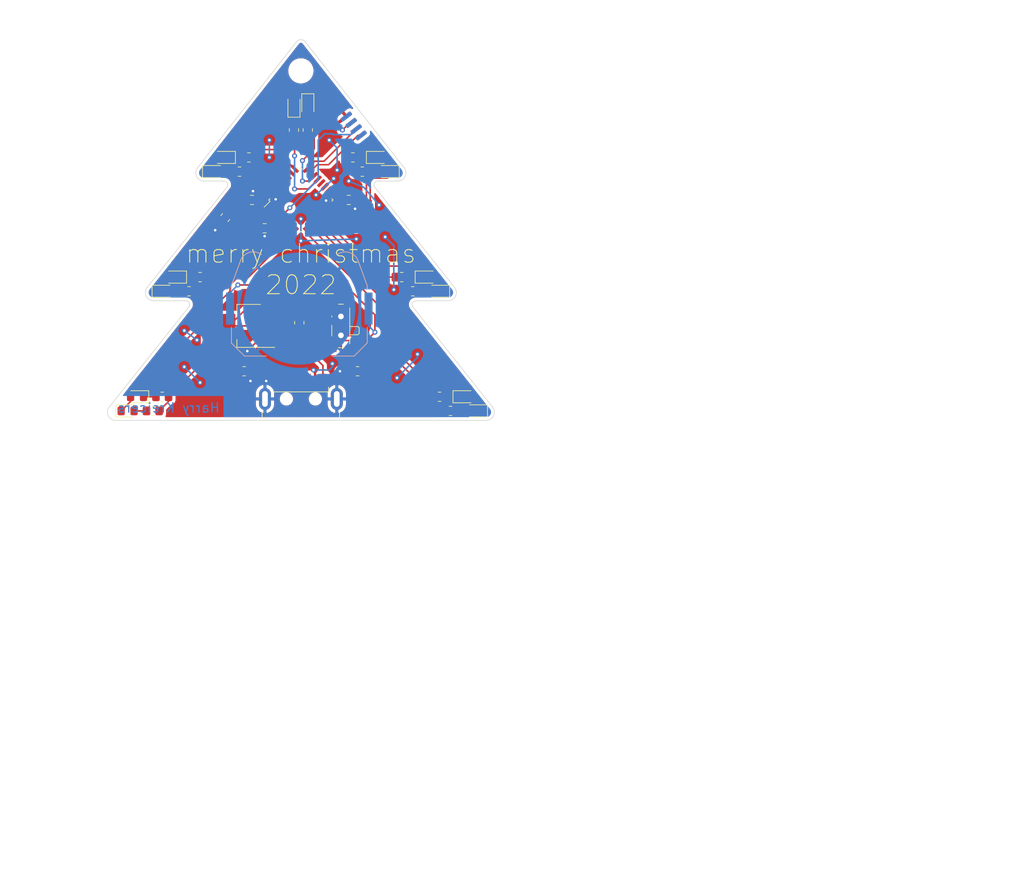
<source format=kicad_pcb>
(kicad_pcb (version 20211014) (generator pcbnew)
  (title_block (title "Christmas 2022 PCB") (date "10/09/2022") (rev "v01") (comment 4 "Author: Harry Kreicers"))
  (layers (0 "F.Cu" signal) (31 "B.Cu" signal) (34 "B.Paste" user) (35 "F.Paste" user) (36 "B.SilkS" user "B.Silkscreen") (37 "F.SilkS" user "F.Silkscreen") (38 "B.Mask" user) (39 "F.Mask" user) (44 "Edge.Cuts" user))
  (net 0 "")
  (net 1 "/VBATT")
  (net 2 "GND")
  (net 3 "Net-(D4-Pad2)")
  (net 4 "Net-(J1-Pad1)")
  (net 7 "Net-(R1-Pad1)")
  (net 8 "+3V3")
  (net 11 "/NRST")
  (net 12 "/SWDIO")
  (net 13 "/SWCLK")
  (net 14 "/SPI_SCK")
  (net 15 "/SPI_MISO")
  (net 16 "/VREG")
  (net 17 "Net-(D6-Pad2)")
  (net 18 "Net-(R11-Pad1)")
  (net 22 "Net-(D13-Pad1)")
  (net 23 "Net-(D14-Pad2)")
  (net 24 "Net-(D1-Pad1)")
  (net 25 "Net-(D5-Pad1)")
  (net 26 "Net-(D7-Pad1)")
  (net 27 "Net-(D8-Pad2)")
  (net 28 "Net-(D9-Pad1)")
  (net 29 "Net-(D10-Pad2)")
  (net 30 "Net-(D11-Pad1)")
  (net 31 "Net-(D12-Pad2)")
  (net 32 "/LED11")
  (net 33 "Net-(D2-Pad2)")
  (net 34 "Net-(D3-Pad1)")
  (net 35 "/LED13")
  (net 36 "/LED3")
  (net 37 "/LED1")
  (net 38 "/SW_RIGHT")
  (net 39 "/LED5")
  (net 40 "/LED7")
  (net 41 "/LED9")
  (net 42 "/SW_LEFT")
  (net 43 "/LED12")
  (net 44 "/LED14")
  (net 45 "/LED10")
  (net 46 "/LED6")
  (net 50 "/LED2")
  (net 51 "/LED4")
  (net 52 "/LED8")
  (footprint "LED_SMD:LED_0805_2012Metric_Pad1.15x1.40mm_HandSolder" (layer "F.Cu") (at 64 106.25 180)
    (fp_text reference "D11" hide)
    (fp_text value "LED")
    (pad "1" smd roundrect (at -1.025 0 180) (size 1.15 1.4) (layers "F.Cu" "F.Paste" "F.Mask") (roundrect_rratio 0.2173913043) (net 30 "Net-(D11-Pad1)"))
    (pad "2" smd roundrect (at 1.025 0 180) (size 1.15 1.4) (layers "F.Cu" "F.Paste" "F.Mask") (roundrect_rratio 0.2173913043) (net 43 "/LED12"))
  )
  (footprint "Resistor_SMD:R_0805_2012Metric_Pad1.20x1.40mm_HandSolder" (layer "F.Cu") (at 88.9 63.9 -90)
    (fp_text reference "R5" hide)
    (fp_text value "R")
    (pad "1" smd roundrect (at -1 0 270) (size 1.2 1.4) (layers "F.Cu" "F.Paste" "F.Mask") (roundrect_rratio 0.2083333333) (net 24 "Net-(D1-Pad1)"))
    (pad "2" smd roundrect (at 1 0 270) (size 1.2 1.4) (layers "F.Cu" "F.Paste" "F.Mask") (roundrect_rratio 0.2083333333) (net 37 "/LED1"))
  )
  (footprint "LED_SMD:LED_0805_2012Metric_Pad1.15x1.40mm_HandSolder" (layer "F.Cu") (at 102.25 68.25)
    (fp_text reference "D5" hide)
    (fp_text value "LED")
    (pad "1" smd roundrect (at -1.025 0) (size 1.15 1.4) (layers "F.Cu" "F.Paste" "F.Mask") (roundrect_rratio 0.2173913043) (net 25 "Net-(D5-Pad1)"))
    (pad "2" smd roundrect (at 1.025 0) (size 1.15 1.4) (layers "F.Cu" "F.Paste" "F.Mask") (roundrect_rratio 0.2173913043) (net 46 "/LED6"))
  )
  (footprint "Resistor_SMD:R_0805_2012Metric_Pad1.20x1.40mm_HandSolder" (layer "F.Cu") (at 81 102.2 180)
    (fp_text reference "R4" hide)
    (fp_text value "R")
    (pad "1" smd roundrect (at -1 0 180) (size 1.2 1.4) (layers "F.Cu" "F.Paste" "F.Mask") (roundrect_rratio 0.2083333333) (net 2 "GND"))
    (pad "2" smd roundrect (at 1 0 180) (size 1.2 1.4) (layers "F.Cu" "F.Paste" "F.Mask") (roundrect_rratio 0.2083333333) (net 42 "/SW_LEFT"))
  )
  (footprint "Resistor_SMD:R_0805_2012Metric_Pad1.20x1.40mm_HandSolder" (layer "F.Cu") (at 80.25 70.5 180)
    (fp_text reference "R6" hide)
    (fp_text value "R")
    (pad "1" smd roundrect (at -1 0 180) (size 1.2 1.4) (layers "F.Cu" "F.Paste" "F.Mask") (roundrect_rratio 0.2083333333) (net 36 "/LED3"))
    (pad "2" smd roundrect (at 1 0 180) (size 1.2 1.4) (layers "F.Cu" "F.Paste" "F.Mask") (roundrect_rratio 0.2083333333) (net 3 "Net-(D4-Pad2)"))
  )
  (footprint "Resistor_SMD:R_0805_2012Metric_Pad1.20x1.40mm_HandSolder" (layer "F.Cu") (at 112 106.25 180)
    (fp_text reference "R19" hide)
    (fp_text value "R")
    (pad "1" smd roundrect (at -1 0 180) (size 1.2 1.4) (layers "F.Cu" "F.Paste" "F.Mask") (roundrect_rratio 0.2083333333) (net 22 "Net-(D13-Pad1)"))
    (pad "2" smd roundrect (at 1 0 180) (size 1.2 1.4) (layers "F.Cu" "F.Paste" "F.Mask") (roundrect_rratio 0.2083333333) (net 35 "/LED13"))
  )
  (footprint "Resistor_SMD:R_0805_2012Metric_Pad1.20x1.40mm_HandSolder" (layer "F.Cu") (at 81.75 68.25)
    (fp_text reference "R9" hide)
    (fp_text value "R")
    (pad "1" smd roundrect (at -1 0) (size 1.2 1.4) (layers "F.Cu" "F.Paste" "F.Mask") (roundrect_rratio 0.2083333333) (net 34 "Net-(D3-Pad1)"))
    (pad "2" smd roundrect (at 1 0) (size 1.2 1.4) (layers "F.Cu" "F.Paste" "F.Mask") (roundrect_rratio 0.2083333333) (net 36 "/LED3"))
  )
  (footprint "Resistor_SMD:R_0805_2012Metric_Pad1.20x1.40mm_HandSolder" (layer "F.Cu") (at 66.5 108.5 180)
    (fp_text reference "R18" hide)
    (fp_text value "R")
    (pad "1" smd roundrect (at -1 0 180) (size 1.2 1.4) (layers "F.Cu" "F.Paste" "F.Mask") (roundrect_rratio 0.2083333333) (net 32 "/LED11"))
    (pad "2" smd roundrect (at 1 0 180) (size 1.2 1.4) (layers "F.Cu" "F.Paste" "F.Mask") (roundrect_rratio 0.2083333333) (net 31 "Net-(D12-Pad2)"))
  )
  (footprint "Resistor_SMD:R_0805_2012Metric_Pad1.20x1.40mm_HandSolder" (layer "F.Cu") (at 99 102.2)
    (fp_text reference "R8" hide)
    (fp_text value "R")
    (pad "1" smd roundrect (at -1 0) (size 1.2 1.4) (layers "F.Cu" "F.Paste" "F.Mask") (roundrect_rratio 0.2083333333) (net 2 "GND"))
    (pad "2" smd roundrect (at 1 0) (size 1.2 1.4) (layers "F.Cu" "F.Paste" "F.Mask") (roundrect_rratio 0.2083333333) (net 38 "/SW_RIGHT"))
  )
  (footprint "Button_Switch_SMD:SW_SPDT_PCM12" (layer "F.Cu") (at 96.025 95 90)
    (fp_text reference "SW3" hide)
    (fp_text value "SW_SPDT")
    (pad "" smd rect (at -3.65 -0.78 90) (size 1 0.8) (layers "F.Cu" "F.Paste" "F.Mask"))
    (pad "" np_thru_hole circle (at 1.5 0.33 90) (size 0.9 0.9) (drill 0.9) (layers *.Cu *.Mask))
    (pad "" np_thru_hole circle (at -1.5 0.33 90) (size 0.9 0.9) (drill 0.9) (layers *.Cu *.Mask))
    (pad "" smd rect (at 3.65 1.43 90) (size 1 0.8) (layers "F.Cu" "F.Paste" "F.Mask"))
    (pad "" smd rect (at 3.65 -0.78 90) (size 1 0.8) (layers "F.Cu" "F.Paste" "F.Mask"))
    (pad "" smd rect (at -3.65 1.43 90) (size 1 0.8) (layers "F.Cu" "F.Paste" "F.Mask"))
    (pad "1" smd rect (at -2.25 -1.43 90) (size 0.7 1.5) (layers "F.Cu" "F.Paste" "F.Mask") (net 1 "/VBATT"))
    (pad "2" smd rect (at 0.75 -1.43 90) (size 0.7 1.5) (layers "F.Cu" "F.Paste" "F.Mask") (net 18 "Net-(R11-Pad1)"))
    (pad "3" smd rect (at 2.25 -1.43 90) (size 0.7 1.5) (layers "F.Cu" "F.Paste" "F.Mask") (net 16 "/VREG"))
  )
  (footprint "Resistor_SMD:R_0805_2012Metric_Pad1.20x1.40mm_HandSolder" (layer "F.Cu") (at 89.75 94.5 -90)
    (fp_text reference "R11" hide)
    (fp_text value "0")
    (pad "1" smd roundrect (at -1 0 270) (size 1.2 1.4) (layers "F.Cu" "F.Paste" "F.Mask") (roundrect_rratio 0.2083333333) (net 18 "Net-(R11-Pad1)"))
    (pad "2" smd roundrect (at 1 0 270) (size 1.2 1.4) (layers "F.Cu" "F.Paste" "F.Mask") (roundrect_rratio 0.2083333333) (net 8 "+3V3"))
  )
  (footprint "LED_SMD:LED_0805_2012Metric_Pad1.15x1.40mm_HandSolder" (layer "F.Cu") (at 77.75 68.25 180)
    (fp_text reference "D3" hide)
    (fp_text value "LED")
    (pad "1" smd roundrect (at -1.025 0 180) (size 1.15 1.4) (layers "F.Cu" "F.Paste" "F.Mask") (roundrect_rratio 0.2173913043) (net 34 "Net-(D3-Pad1)"))
    (pad "2" smd roundrect (at 1.025 0 180) (size 1.15 1.4) (layers "F.Cu" "F.Paste" "F.Mask") (roundrect_rratio 0.2173913043) (net 51 "/LED4"))
  )
  (footprint "LED_SMD:LED_0805_2012Metric_Pad1.15x1.40mm_HandSolder" (layer "F.Cu") (at 76.25 70.5)
    (fp_text reference "D4" hide)
    (fp_text value "LED")
    (pad "1" smd roundrect (at -1.025 0) (size 1.15 1.4) (layers "F.Cu" "F.Paste" "F.Mask") (roundrect_rratio 0.2173913043) (net 51 "/LED4"))
    (pad "2" smd roundrect (at 1.025 0) (size 1.15 1.4) (layers "F.Cu" "F.Paste" "F.Mask") (roundrect_rratio 0.2173913043) (net 3 "Net-(D4-Pad2)"))
  )
  (footprint "Library:3_6_2_5mm_push_button_G_lead" (layer "F.Cu") (at 73 102.2)
    (fp_text reference "SW1" hide)
    (fp_text value "SW_Push")
    (pad "1" smd rect (at -3.875 0) (size 1.25 2.1) (layers "F.Cu" "F.Paste" "F.Mask") (net 8 "+3V3"))
    (pad "2" smd rect (at 3.875 0) (size 1.25 2) (layers "F.Cu" "F.Paste" "F.Mask") (net 42 "/SW_LEFT"))
  )
  (footprint "Package_TO_SOT_SMD:SOT-223-3_TabPin2" (layer "F.Cu") (at 81.75 95 180)
    (fp_text reference "U2" hide)
    (fp_text value "AMS1117-3.3")
    (pad "1" smd rect (at -3.15 -2.3 180) (size 2 1.5) (layers "F.Cu" "F.Paste" "F.Mask") (net 2 "GND"))
    (pad "2" smd rect (at -3.15 0 180) (size 2 1.5) (layers "F.Cu" "F.Paste" "F.Mask") (net 16 "/VREG"))
    (pad "2" smd rect (at 3.15 0 180) (size 2 3.8) (layers "F.Cu" "F.Paste" "F.Mask") (net 16 "/VREG"))
    (pad "3" smd rect (at -3.15 2.3 180) (size 2 1.5) (layers "F.Cu" "F.Paste" "F.Mask") (net 4 "Net-(J1-Pad1)"))
  )
  (footprint "Resistor_SMD:R_0805_2012Metric_Pad1.20x1.40mm_HandSolder" (layer "F.Cu") (at 72.25 89.5 180)
    (fp_text reference "R14" hide)
    (fp_text value "R")
    (pad "1" smd roundrect (at -1 0 180) (size 1.2 1.4) (layers "F.Cu" "F.Paste" "F.Mask") (roundrect_rratio 0.2083333333) (net 40 "/LED7"))
    (pad "2" smd roundrect (at 1 0 180) (size 1.2 1.4) (layers "F.Cu" "F.Paste" "F.Mask") (roundrect_rratio 0.2083333333) (net 27 "Net-(D8-Pad2)"))
  )
  (footprint "Connector_USB:USB_A_CNCTech_1001-011-01101_Horizontal" (layer "F.Cu") (at 90 113.5 -90)
    (fp_text reference "J1" hide)
    (fp_text value "USB_A")
    (pad "" np_thru_hole circle (at -6.9 -2.3 270) (size 1.1 1.1) (drill 1.1) (layers *.Cu *.Mask))
    (pad "" np_thru_hole circle (at -6.9 2.3 270) (size 1.1 1.1) (drill 1.1) (layers *.Cu *.Mask))
    (pad "1" smd rect (at -9.65 -3.5 270) (size 2.5 1.1) (layers "F.Cu" "F.Paste" "F.Mask") (net 4 "Net-(J1-Pad1)"))
    (pad "2" smd rect (at -9.65 -1 270) (size 2.5 1.1) (layers "F.Cu" "F.Paste" "F.Mask"))
    (pad "3" smd rect (at -9.65 1 270) (size 2.5 1.1) (layers "F.Cu" "F.Paste" "F.Mask"))
    (pad "4" smd rect (at -9.65 3.5 270) (size 2.5 1.1) (layers "F.Cu" "F.Paste" "F.Mask") (net 2 "GND"))
    (pad "5" thru_hole oval (at -6.9 -5.7 270) (size 3.5 1.9) (drill oval 2.5 0.9) (layers *.Cu *.Mask) (net 2 "GND"))
    (pad "5" thru_hole oval (at -6.9 5.7 270) (size 3.5 1.9) (drill oval 2.5 0.9) (layers *.Cu *.Mask) (net 2 "GND"))
  )
  (footprint "Capacitor_SMD:C_0805_2012Metric_Pad1.18x1.45mm_HandSolder" (layer "F.Cu") (at 82.25 75 180)
    (fp_text reference "C3" hide)
    (fp_text value "C")
    (pad "1" smd roundrect (at -1.0375 0 180) (size 1.175 1.45) (layers "F.Cu" "F.Paste" "F.Mask") (roundrect_rratio 0.2127659574) (net 8 "+3V3"))
    (pad "2" smd roundrect (at 1.0375 0 180) (size 1.175 1.45) (layers "F.Cu" "F.Paste" "F.Mask") (roundrect_rratio 0.2127659574) (net 2 "GND"))
  )
  (footprint "LED_SMD:LED_0805_2012Metric_Pad1.15x1.40mm_HandSolder" (layer "F.Cu") (at 68.25 89.5)
    (fp_text reference "D8" hide)
    (fp_text value "LED")
    (pad "1" smd roundrect (at -1.025 0) (size 1.15 1.4) (layers "F.Cu" "F.Paste" "F.Mask") (roundrect_rratio 0.2173913043) (net 52 "/LED8"))
    (pad "2" smd roundrect (at 1.025 0) (size 1.15 1.4) (layers "F.Cu" "F.Paste" "F.Mask") (roundrect_rratio 0.2173913043) (net 27 "Net-(D8-Pad2)"))
  )
  (footprint "LED_SMD:LED_0805_2012Metric_Pad1.15x1.40mm_HandSolder" (layer "F.Cu") (at 110 87.25)
    (fp_text reference "D9" hide)
    (fp_text value "LED")
    (pad "1" smd roundrect (at -1.025 0) (size 1.15 1.4) (layers "F.Cu" "F.Paste" "F.Mask") (roundrect_rratio 0.2173913043) (net 28 "Net-(D9-Pad1)"))
    (pad "2" smd roundrect (at 1.025 0) (size 1.15 1.4) (layers "F.Cu" "F.Paste" "F.Mask") (roundrect_rratio 0.2173913043) (net 45 "/LED10"))
  )
  (footprint "LED_SMD:LED_0805_2012Metric_Pad1.15x1.40mm_HandSolder" (layer "F.Cu") (at 103.75 70.5 180)
    (fp_text reference "D6" hide)
    (fp_text value "LED")
    (pad "1" smd roundrect (at -1.025 0 180) (size 1.15 1.4) (layers "F.Cu" "F.Paste" "F.Mask") (roundrect_rratio 0.2173913043) (net 46 "/LED6"))
    (pad "2" smd roundrect (at 1.025 0 180) (size 1.15 1.4) (layers "F.Cu" "F.Paste" "F.Mask") (roundrect_rratio 0.2173913043) (net 17 "Net-(D6-Pad2)"))
  )
  (footprint "Resistor_SMD:R_0805_2012Metric_Pad1.20x1.40mm_HandSolder" (layer "F.Cu") (at 106 87.25 180)
    (fp_text reference "R15" hide)
    (fp_text value "R")
    (pad "1" smd roundrect (at -1 0 180) (size 1.2 1.4) (layers "F.Cu" "F.Paste" "F.Mask") (roundrect_rratio 0.2083333333) (net 28 "Net-(D9-Pad1)"))
    (pad "2" smd roundrect (at 1 0 180) (size 1.2 1.4) (layers "F.Cu" "F.Paste" "F.Mask") (roundrect_rratio 0.2083333333) (net 41 "/LED9"))
  )
  (footprint "Library:3_6_2_5mm_push_button_G_lead" (layer "F.Cu") (at 107 102.2 180)
    (fp_text reference "SW2" hide)
    (fp_text value "SW_Push")
    (pad "1" smd rect (at -3.875 0 180) (size 1.25 2.1) (layers "F.Cu" "F.Paste" "F.Mask") (net 8 "+3V3"))
    (pad "2" smd rect (at 3.875 0 180) (size 1.25 2) (layers "F.Cu" "F.Paste" "F.Mask") (net 38 "/SW_RIGHT"))
  )
  (footprint "Resistor_SMD:R_0805_2012Metric_Pad1.20x1.40mm_HandSolder" (layer "F.Cu") (at 78 77.8 -129)
    (fp_text reference "R1" hide)
    (fp_text value "R")
    (pad "1" smd roundrect (at -1 0 231) (size 1.2 1.4) (layers "F.Cu" "F.Paste" "F.Mask") (roundrect_rratio 0.2083333333) (net 7 "Net-(R1-Pad1)"))
    (pad "2" smd roundrect (at 1 0 231) (size 1.2 1.4) (layers "F.Cu" "F.Paste" "F.Mask") (roundrect_rratio 0.2083333333) (net 2 "GND"))
  )
  (footprint "Resistor_SMD:R_0805_2012Metric_Pad1.20x1.40mm_HandSolder" (layer "F.Cu") (at 107.75 89.5)
    (fp_text reference "R16" hide)
    (fp_text value "R")
    (pad "1" smd roundrect (at -1 0) (size 1.2 1.4) (layers "F.Cu" "F.Paste" "F.Mask") (roundrect_rratio 0.2083333333) (net 41 "/LED9"))
    (pad "2" smd roundrect (at 1 0) (size 1.2 1.4) (layers "F.Cu" "F.Paste" "F.Mask") (roundrect_rratio 0.2083333333) (net 29 "Net-(D10-Pad2)"))
  )
  (footprint "Resistor_SMD:R_0805_2012Metric_Pad1.20x1.40mm_HandSolder" (layer "F.Cu") (at 113.75 108.5)
    (fp_text reference "R20" hide)
    (fp_text value "R")
    (pad "1" smd roundrect (at -1 0) (size 1.2 1.4) (layers "F.Cu" "F.Paste" "F.Mask") (roundrect_rratio 0.2083333333) (net 35 "/LED13"))
    (pad "2" smd roundrect (at 1 0) (size 1.2 1.4) (layers "F.Cu" "F.Paste" "F.Mask") (roundrect_rratio 0.2083333333) (net 23 "Net-(D14-Pad2)"))
  )
  (footprint "LED_SMD:LED_0805_2012Metric_Pad1.15x1.40mm_HandSolder" (layer "F.Cu") (at 62.5 108.5)
    (fp_text reference "D12" hide)
    (fp_text value "LED")
    (pad "1" smd roundrect (at -1.025 0) (size 1.15 1.4) (layers "F.Cu" "F.Paste" "F.Mask") (roundrect_rratio 0.2173913043) (net 43 "/LED12"))
    (pad "2" smd roundrect (at 1.025 0) (size 1.15 1.4) (layers "F.Cu" "F.Paste" "F.Mask") (roundrect_rratio 0.2173913043) (net 31 "Net-(D12-Pad2)"))
  )
  (footprint "Package_QFP:LQFP-32_7x7mm_P0.8mm" (layer "F.Cu") (at 90 75 45)
    (fp_text reference "U1" hide)
    (fp_text value "STM32F030K6Tx")
    (pad "1" smd roundrect (at -4.175 -2.8 45) (size 1.5 0.5) (layers "F.Cu" "F.Paste" "F.Mask") (net 8 "+3V3"))
    (pad "2" smd roundrect (at -4.175 -2 45) (size 1.5 0.5) (layers "F.Cu" "F.Paste" "F.Mask"))
    (pad "3" smd roundrect (at -4.175 -1.2 45) (size 1.5 0.5) (layers "F.Cu" "F.Paste" "F.Mask"))
    (pad "4" smd roundrect (at -4.175 -0.4 45) (size 1.5 0.5) (layers "F.Cu" "F.Paste" "F.Mask") (net 11 "/NRST"))
    (pad "5" smd roundrect (at -4.175 0.4 45) (size 1.5 0.5) (layers "F.Cu" "F.Paste" "F.Mask") (net 8 "+3V3"))
    (pad "6" smd roundrect (at -4.175 1.2 45) (size 1.5 0.5) (layers "F.Cu" "F.Paste" "F.Mask") (net 43 "/LED12"))
    (pad "7" smd roundrect (at -4.175 2 45) (size 1.5 0.5) (layers "F.Cu" "F.Paste" "F.Mask") (net 32 "/LED11"))
    (pad "8" smd roundrect (at -4.175 2.8 45) (size 1.5 0.5) (layers "F.Cu" "F.Paste" "F.Mask") (net 42 "/SW_LEFT"))
    (pad "9" smd roundrect (at -2.8 4.175 45) (size 0.5 1.5) (layers "F.Cu" "F.Paste" "F.Mask") (net 38 "/SW_RIGHT"))
    (pad "10" smd roundrect (at -2 4.175 45) (size 0.5 1.5) (layers "F.Cu" "F.Paste" "F.Mask") (net 35 "/LED13"))
    (pad "11" smd roundrect (at -1.2 4.175 45) (size 0.5 1.5) (layers "F.Cu" "F.Paste" "F.Mask") (net 44 "/LED14"))
    (pad "12" smd roundrect (at -0.4 4.175 45) (size 0.5 1.5) (layers "F.Cu" "F.Paste" "F.Mask") (net 41 "/LED9"))
    (pad "13" smd roundrect (at 0.4 4.175 45) (size 0.5 1.5) (layers "F.Cu" "F.Paste" "F.Mask") (net 45 "/LED10"))
    (pad "14" smd roundrect (at 1.2 4.175 45) (size 0.5 1.5) (layers "F.Cu" "F.Paste" "F.Mask") (net 46 "/LED6"))
    (pad "15" smd roundrect (at 2 4.175 45) (size 0.5 1.5) (layers "F.Cu" "F.Paste" "F.Mask") (net 39 "/LED5"))
    (pad "16" smd roundrect (at 2.8 4.175 45) (size 0.5 1.5) (layers "F.Cu" "F.Paste" "F.Mask") (net 2 "GND"))
    (pad "17" smd roundrect (at 4.175 2.8 45) (size 1.5 0.5) (layers "F.Cu" "F.Paste" "F.Mask") (net 8 "+3V3"))
    (pad "18" smd roundrect (at 4.175 2 45) (size 1.5 0.5) (layers "F.Cu" "F.Paste" "F.Mask"))
    (pad "19" smd roundrect (at 4.175 1.2 45) (size 1.5 0.5) (layers "F.Cu" "F.Paste" "F.Mask"))
    (pad "20" smd roundrect (at 4.175 0.4 45) (size 1.5 0.5) (layers "F.Cu" "F.Paste" "F.Mask"))
    (pad "21" smd roundrect (at 4.175 -0.4 45) (size 1.5 0.5) (layers "F.Cu" "F.Paste" "F.Mask") (net 37 "/LED1"))
    (pad "22" smd roundrect (at 4.175 -1.2 45) (size 1.5 0.5) (layers "F.Cu" "F.Paste" "F.Mask") (net 50 "/LED2"))
    (pad "23" smd roundrect (at 4.175 -2 45) (size 1.5 0.5) (layers "F.Cu" "F.Paste" "F.Mask") (net 12 "/SWDIO"))
    (pad "24" smd roundrect (at 4.175 -2.8 45) (size 1.5 0.5) (layers "F.Cu" "F.Paste" "F.Mask") (net 13 "/SWCLK"))
    (pad "25" smd roundrect (at 2.8 -4.175 45) (size 0.5 1.5) (layers "F.Cu" "F.Paste" "F.Mask") (net 51 "/LED4"))
    (pad "26" smd roundrect (at 2 -4.175 45) (size 0.5 1.5) (layers "F.Cu" "F.Paste" "F.Mask") (net 14 "/SPI_SCK"))
    (pad "27" smd roundrect (at 1.2 -4.175 45) (size 0.5 1.5) (layers "F.Cu" "F.Paste" "F.Mask") (net 15 "/SPI_MISO"))
    (pad "28" smd roundrect (at 0.4 -4.175 45) (size 0.5 1.5) (layers "F.Cu" "F.Paste" "F.Mask") (net 36 "/LED3"))
    (pad "29" smd roundrect (at -0.4 -4.175 45) (size 0.5 1.5) (layers "F.Cu" "F.Paste" "F.Mask") (net 52 "/LED8"))
    (pad "30" smd roundrect (at -1.2 -4.175 45) (size 0.5 1.5) (layers "F.Cu" "F.Paste" "F.Mask") (net 40 "/LED7"))
    (pad "31" smd roundrect (at -2 -4.175 45) (size 0.5 1.5) (layers "F.Cu" "F.Paste" "F.Mask") (net 7 "Net-(R1-Pad1)"))
    (pad "32" smd roundrect (at -2.8 -4.175 45) (size 0.5 1.5) (layers "F.Cu" "F.Paste" "F.Mask") (net 2 "GND"))
  )
  (footprint "Resistor_SMD:R_0805_2012Metric_Pad1.20x1.40mm_HandSolder" (layer "F.Cu") (at 99.75 70.5)
    (fp_text reference "R12" hide)
    (fp_text value "R")
    (pad "1" smd roundrect (at -1 0) (size 1.2 1.4) (layers "F.Cu" "F.Paste" "F.Mask") (roundrect_rratio 0.2083333333) (net 39 "/LED5"))
    (pad "2" smd roundrect (at 1 0) (size 1.2 1.4) (layers "F.Cu" "F.Paste" "F.Mask") (roundrect_rratio 0.2083333333) (net 17 "Net-(D6-Pad2)"))
  )
  (footprint "Resistor_SMD:R_0805_2012Metric_Pad1.20x1.40mm_HandSolder" (layer "F.Cu") (at 68 106.25)
    (fp_text reference "R17" hide)
    (fp_text value "R")
    (pad "1" smd roundrect (at -1 0) (size 1.2 1.4) (layers "F.Cu" "F.Paste" "F.Mask") (roundrect_rratio 0.2083333333) (net 30 "Net-(D11-Pad1)"))
    (pad "2" smd roundrect (at 1 0) (size 1.2 1.4) (layers "F.Cu" "F.Paste" "F.Mask") (roundrect_rratio 0.2083333333) (net 32 "/LED11"))
  )
  (footprint "LED_SMD:LED_0805_2012Metric_Pad1.15x1.40mm_HandSolder" (layer "F.Cu") (at 91.1 60 -90)
    (fp_text reference "D2" hide)
    (fp_text value "LED")
    (pad "1" smd roundrect (at -1.025 0 270) (size 1.15 1.4) (layers "F.Cu" "F.Paste" "F.Mask") (roundrect_rratio 0.2173913043) (net 50 "/LED2"))
    (pad "2" smd roundrect (at 1.025 0 270) (size 1.15 1.4) (layers "F.Cu" "F.Paste" "F.Mask") (roundrect_rratio 0.2173913043) (net 33 "Net-(D2-Pad2)"))
  )
  (footprint "MountingHole:MountingHole_3mm" (layer "F.Cu") (at 90 54.5)
    (fp_text reference "TH1" hide)
    (fp_text value "MountingHole_3mm")
    (pad "" np_thru_hole circle (at 0 0) (size 3 3) (drill 3) (layers F&B.Cu *.Mask))
  )
  (footprint "LED_SMD:LED_0805_2012Metric_Pad1.15x1.40mm_HandSolder" (layer "F.Cu") (at 117.75 108.5 180)
    (fp_text reference "D14" hide)
    (fp_text value "LED")
    (pad "1" smd roundrect (at -1.025 0 180) (size 1.15 1.4) (layers "F.Cu" "F.Paste" "F.Mask") (roundrect_rratio 0.2173913043) (net 44 "/LED14"))
    (pad "2" smd roundrect (at 1.025 0 180) (size 1.15 1.4) (layers "F.Cu" "F.Paste" "F.Mask") (roundrect_rratio 0.2173913043) (net 23 "Net-(D14-Pad2)"))
  )
  (footprint "Resistor_SMD:R_0805_2012Metric_Pad1.20x1.40mm_HandSolder" (layer "F.Cu") (at 91.1 63.9 90)
    (fp_text reference "R7" hide)
    (fp_text value "R")
    (pad "1" smd roundrect (at -1 0 90) (size 1.2 1.4) (layers "F.Cu" "F.Paste" "F.Mask") (roundrect_rratio 0.2083333333) (net 37 "/LED1"))
    (pad "2" smd roundrect (at 1 0 90) (size 1.2 1.4) (layers "F.Cu" "F.Paste" "F.Mask") (roundrect_rratio 0.2083333333) (net 33 "Net-(D2-Pad2)"))
  )
  (footprint "Capacitor_SMD:C_0805_2012Metric_Pad1.18x1.45mm_HandSolder" (layer "F.Cu") (at 84.25 79.5 180)
    (fp_text reference "C1" hide)
    (fp_text value "C")
    (pad "1" smd roundrect (at -1.0375 0 180) (size 1.175 1.45) (layers "F.Cu" "F.Paste" "F.Mask") (roundrect_rratio 0.2127659574) (net 8 "+3V3"))
    (pad "2" smd roundrect (at 1.0375 0 180) (size 1.175 1.45) (layers "F.Cu" "F.Paste" "F.Mask") (roundrect_rratio 0.2127659574) (net 2 "GND"))
  )
  (footprint "Library:sop_8_test_pad" (layer "F.Cu") (at 98.451636 63.2 38)
    (fp_text reference "J2" hide)
    (fp_text value "SOP8_test_point")
    (pad "1" smd roundrect (at -0.1 -1.905 38) (size 1.975 0.65) (layers "F.Cu" "F.Paste" "F.Mask") (net 8 "+3V3"))
    (pad "2" smd roundrect (at -0.1 -0.635 38) (size 1.975 0.65) (layers "F.Cu" "F.Paste" "F.Mask") (net 2 "GND"))
    (pad "3" smd roundrect (at -0.1 0.635 38) (size 1.975 0.65) (layers "F.Cu" "F.Paste" "F.Mask") (net 13 "/SWCLK"))
    (pad "4" smd roundrect (at -0.1 1.905 38) (size 1.975 0.65) (layers "F.Cu" "F.Paste" "F.Mask") (net 12 "/SWDIO"))
  )
  (footprint "LED_SMD:LED_0805_2012Metric_Pad1.15x1.40mm_HandSolder" (layer "F.Cu") (at 116 106.25)
    (fp_text reference "D13" hide)
    (fp_text value "LED")
    (pad "1" smd roundrect (at -1.025 0) (size 1.15 1.4) (layers "F.Cu" "F.Paste" "F.Mask") (roundrect_rratio 0.2173913043) (net 22 "Net-(D13-Pad1)"))
    (pad "2" smd roundrect (at 1.025 0) (size 1.15 1.4) (layers "F.Cu" "F.Paste" "F.Mask") (roundrect_rratio 0.2173913043) (net 44 "/LED14"))
  )
  (footprint "LED_SMD:LED_0805_2012Metric_Pad1.15x1.40mm_HandSolder" (layer "F.Cu") (at 88.9 60 90)
    (fp_text reference "D1" hide)
    (fp_text value "LED")
    (pad "1" smd roundrect (at -1.025 0 90) (size 1.15 1.4) (layers "F.Cu" "F.Paste" "F.Mask") (roundrect_rratio 0.2173913043) (net 24 "Net-(D1-Pad1)"))
    (pad "2" smd roundrect (at 1.025 0 90) (size 1.15 1.4) (layers "F.Cu" "F.Paste" "F.Mask") (roundrect_rratio 0.2173913043) (net 50 "/LED2"))
  )
  (footprint "Resistor_SMD:R_0805_2012Metric_Pad1.20x1.40mm_HandSolder" (layer "F.Cu") (at 74 87.25)
    (fp_text reference "R13" hide)
    (fp_text value "R")
    (pad "1" smd roundrect (at -1 0) (size 1.2 1.4) (layers "F.Cu" "F.Paste" "F.Mask") (roundrect_rratio 0.2083333333) (net 26 "Net-(D7-Pad1)"))
    (pad "2" smd roundrect (at 1 0) (size 1.2 1.4) (layers "F.Cu" "F.Paste" "F.Mask") (roundrect_rratio 0.2083333333) (net 40 "/LED7"))
  )
  (footprint "Capacitor_SMD:C_0805_2012Metric_Pad1.18x1.45mm_HandSolder" (layer "F.Cu") (at 97.6 75)
    (fp_text reference "C2" hide)
    (fp_text value "C")
    (pad "1" smd roundrect (at -1.0375 0) (size 1.175 1.45) (layers "F.Cu" "F.Paste" "F.Mask") (roundrect_rratio 0.2127659574) (net 8 "+3V3"))
    (pad "2" smd roundrect (at 1.0375 0) (size 1.175 1.45) (layers "F.Cu" "F.Paste" "F.Mask") (roundrect_rratio 0.2127659574) (net 2 "GND"))
  )
  (footprint "LED_SMD:LED_0805_2012Metric_Pad1.15x1.40mm_HandSolder" (layer "F.Cu") (at 111.75 89.5 180)
    (fp_text reference "D10" hide)
    (fp_text value "LED")
    (pad "1" smd roundrect (at -1.025 0 180) (size 1.15 1.4) (layers "F.Cu" "F.Paste" "F.Mask") (roundrect_rratio 0.2173913043) (net 45 "/LED10"))
    (pad "2" smd roundrect (at 1.025 0 180) (size 1.15 1.4) (layers "F.Cu" "F.Paste" "F.Mask") (roundrect_rratio 0.2173913043) (net 29 "Net-(D10-Pad2)"))
  )
  (footprint "LED_SMD:LED_0805_2012Metric_Pad1.15x1.40mm_HandSolder" (layer "F.Cu") (at 70 87.25 180)
    (fp_text reference "D7" hide)
    (fp_text value "LED")
    (pad "1" smd roundrect (at -1.025 0 180) (size 1.15 1.4) (layers "F.Cu" "F.Paste" "F.Mask") (roundrect_rratio 0.2173913043) (net 26 "Net-(D7-Pad1)"))
    (pad "2" smd roundrect (at 1.025 0 180) (size 1.15 1.4) (layers "F.Cu" "F.Paste" "F.Mask") (roundrect_rratio 0.2173913043) (net 52 "/LED8"))
  )
  (footprint "Resistor_SMD:R_0805_2012Metric_Pad1.20x1.40mm_HandSolder" (layer "F.Cu") (at 98.25 68.25 180)
    (fp_text reference "R10" hide)
    (fp_text value "R")
    (pad "1" smd roundrect (at -1 0 180) (size 1.2 1.4) (layers "F.Cu" "F.Paste" "F.Mask") (roundrect_rratio 0.2083333333) (net 25 "Net-(D5-Pad1)"))
    (pad "2" smd roundrect (at 1 0 180) (size 1.2 1.4) (layers "F.Cu" "F.Paste" "F.Mask") (roundrect_rratio 0.2083333333) (net 39 "/LED5"))
  )
  (footprint "Library:sop_8_test_pad" (layer "B.Cu") (at 98.465 63.2 38)
    (fp_text reference "J3" hide)
    (fp_text value "SOP8_test_point")
    (pad "1" smd roundrect (at -0.1 1.905 38) (size 1.975 0.65) (layers "B.Cu" "B.Paste" "B.Mask"))
    (pad "2" smd roundrect (at -0.1 0.635 38) (size 1.975 0.65) (layers "B.Cu" "B.Paste" "B.Mask") (net 11 "/NRST"))
    (pad "3" smd roundrect (at -0.1 -0.635 38) (size 1.975 0.65) (layers "B.Cu" "B.Paste" "B.Mask"))
    (pad "4" smd roundrect (at -0.1 -1.905 38) (size 1.975 0.65) (layers "B.Cu" "B.Paste" "B.Mask"))
  )
  (footprint "Battery:BatteryHolder_Keystone_3034_1x20mm" (layer "B.Cu") (at 89.75 92.25)
    (fp_text reference "BT1" hide)
    (fp_text value "Battery_Cell")
    (pad "1" smd rect (at -10.985 0) (size 1.27 5.08) (layers "B.Cu" "B.Paste" "B.Mask") (net 1 "/VBATT"))
    (pad "1" smd rect (at 10.985 0) (size 1.27 5.08) (layers "B.Cu" "B.Paste" "B.Mask") (net 1 "/VBATT"))
    (pad "2" smd circle (at 0 0) (size 17.8 17.8) (layers "B.Cu" "B.Mask") (net 2 "GND"))
  )
  (gr_line (start 66.626158 90.998123) (end 71.759218 91.009913) (layer "Edge.Cuts") (width 0.1))
  (gr_line (start 65.6 88.9) (end 78.268521 72.974817) (layer "Edge.Cuts") (width 0.1))
  (gr_arc (start 114.4 88.9) (mid 114.541649 90.269278) (end 113.373842 90.998123) (layer "Edge.Cuts") (width 0.1))
  (gr_line (start 89.3 49.9) (end 73.6 69.9) (layer "Edge.Cuts") (width 0.1))
  (gr_arc (start 120.426158 107.901877) (mid 120.56781 109.271157) (end 119.4 110) (layer "Edge.Cuts") (width 0.1))
  (gr_arc (start 74.626158 71.998123) (mid 73.458348 71.269279) (end 73.6 69.9) (layer "Edge.Cuts") (width 0.1))
  (gr_arc (start 77.8 72) (mid 78.340782 72.340087) (end 78.268521 72.974817) (layer "Edge.Cuts") (width 0.1))
  (gr_arc (start 106.4 69.9) (mid 106.541649 71.269278) (end 105.373842 71.998123) (layer "Edge.Cuts") (width 0.1))
  (gr_line (start 108.240782 91.009913) (end 113.373842 90.998123) (layer "Edge.Cuts") (width 0.1))
  (gr_line (start 120.426158 107.901877) (end 107.772261 91.98473) (layer "Edge.Cuts") (width 0.1))
  (gr_arc (start 60.6 110) (mid 59.43219 109.271157) (end 59.573842 107.901877) (layer "Edge.Cuts") (width 0.1))
  (gr_arc (start 66.626158 90.998123) (mid 65.458348 90.269279) (end 65.6 88.9) (layer "Edge.Cuts") (width 0.1))
  (gr_line (start 101.731479 72.974817) (end 114.4 88.9) (layer "Edge.Cuts") (width 0.1))
  (gr_line (start 60.6 110) (end 90 110) (layer "Edge.Cuts") (width 0.1))
  (gr_line (start 90.7 49.9) (end 106.4 69.9) (layer "Edge.Cuts") (width 0.1))
  (gr_line (start 72.227739 91.98473) (end 59.573842 107.901877) (layer "Edge.Cuts") (width 0.1))
  (gr_arc (start 71.759218 91.009913) (mid 72.3 91.35) (end 72.227739 91.98473) (layer "Edge.Cuts") (width 0.1))
  (gr_line (start 90 110) (end 119.4 110) (layer "Edge.Cuts") (width 0.1))
  (gr_arc (start 89.3 49.9) (mid 90 49.539767) (end 90.7 49.9) (layer "Edge.Cuts") (width 0.1))
  (gr_line (start 77.8 72) (end 74.626158 71.998123) (layer "Edge.Cuts") (width 0.1))
  (gr_arc (start 101.731479 72.974817) (mid 101.659218 72.340087) (end 102.2 72) (layer "Edge.Cuts") (width 0.1))
  (gr_line (start 105.373842 71.998123) (end 102.2 72) (layer "Edge.Cuts") (width 0.1))
  (gr_arc (start 107.772261 91.98473) (mid 107.699995 91.349985) (end 108.240782 91.009913) (layer "Edge.Cuts") (width 0.1))
  (gr_text "Harry Kreicers" (at 69 108) (layer "B.Cu") (effects (font (size 1.5 1.5) (thickness 0.2)) (justify mirror)))
  (gr_text "merry christmas" (at 90 83.5) (layer "F.SilkS") (effects (font (size 3 3))))
  (gr_text "2022" (at 90 88.5) (layer "F.SilkS") (effects (font (size 3 3))))
  (segment (start 100.424999 97.325001) (end 94.670001 97.325001) (width 0.25) (layer "F.Cu") (net 1))
  (segment (start 101.75 93.25) (end 101.75 96) (width 0.25) (layer "F.Cu") (net 1))
  (segment (start 101.75 96) (end 100.424999 97.325001) (width 0.25) (layer "F.Cu") (net 1))
  (segment (start 94.670001 97.325001) (end 94.595 97.25) (width 0.25) (layer "F.Cu") (net 1))
  (segment (start 80 88.5) (end 97 88.5) (width 0.25) (layer "F.Cu") (net 1))
  (segment (start 97 88.5) (end 101.75 93.25) (width 0.25) (layer "F.Cu") (net 1))
  (via (at 101.75 96) (size 0.8) (drill 0.4) (layers "F.Cu" "B.Cu") (net 1))
  (via (at 80 88.5) (size 0.8) (drill 0.4) (layers "F.Cu" "B.Cu") (net 1))
  (segment (start 78.765 92.25) (end 78.765 89.735) (width 0.25) (layer "B.Cu") (net 1))
  (segment (start 100.735 92.25) (end 100.735 94.985) (width 0.25) (layer "B.Cu") (net 1))
  (segment (start 100.735 94.985) (end 101.75 96) (width 0.25) (layer "B.Cu") (net 1))
  (segment (start 78.765 89.735) (end 80 88.5) (width 0.25) (layer "B.Cu") (net 1))
  (segment (start 82 102.2) (end 82 103.75) (width 0.25) (layer "F.Cu") (net 2))
  (segment (start 94.93207 75.972272) (end 94.872272 75.972272) (width 0.25) (layer "F.Cu") (net 2))
  (segment (start 97.738821 62.761179) (end 96.6 63.9) (width 0.25) (layer "F.Cu") (net 2))
  (segment (start 81.2125 75) (end 82.4 73.6) (width 0.25) (layer "F.Cu") (net 2))
  (segment (start 98 102.2) (end 96.2 102.2) (width 0.25) (layer "F.Cu") (net 2))
  (segment (start 84.9 97.3) (end 83.2 97.3) (width 0.25) (layer "F.Cu") (net 2))
  (segment (start 94.872272 75.972272) (end 94 75.1) (width 0.25) (layer "F.Cu") (net 2))
  (segment (start 86.5 104.25) (end 86 103.75) (width 0.25) (layer "F.Cu") (net 2))
  (segment (start 98.6375 75) (end 98.6 76.4) (width 0.25) (layer "F.Cu") (net 2))
  (segment (start 83.2125 79.5) (end 84.25 80.75) (width 0.25) (layer "F.Cu") (net 2))
  (segment (start 97.98189 62.761179) (end 97.738821 62.761179) (width 0.25) (layer "F.Cu") (net 2))
  (segment (start 83.2 97.3) (end 81.5 99) (width 0.25) (layer "F.Cu") (net 2))
  (segment (start 86 74.9) (end 85.06793 74.027728) (width 0.25) (layer "F.Cu") (net 2))
  (segment (start 86 103.75) (end 84.5 103.75) (width 0.25) (layer "F.Cu") (net 2))
  (segment (start 77.37068 78.577146) (end 76.4 79.8) (width 0.25) (layer "F.Cu") (net 2))
  (via (at 84.25 80.75) (size 0.8) (drill 0.4) (layers "F.Cu" "B.Cu") (net 2))
  (via (at 96.6 63.9) (size 0.8) (drill 0.4) (layers "F.Cu" "B.Cu") (net 2))
  (via (at 76.4 79.8) (size 0.8) (drill 0.4) (layers "F.Cu" "B.Cu") (net 2))
  (via (at 81.5 99) (size 0.8) (drill 0.4) (layers "F.Cu" "B.Cu") (net 2))
  (via (at 94 75.1) (size 0.8) (drill 0.4) (layers "F.Cu" "B.Cu") (net 2))
  (via (at 98.6 76.4) (size 0.8) (drill 0.4) (layers "F.Cu" "B.Cu") (net 2))
  (via (at 96.2 102.2) (size 0.8) (drill 0.4) (layers "F.Cu" "B.Cu") (net 2))
  (via (at 82 103.75) (size 0.8) (drill 0.4) (layers "F.Cu" "B.Cu") (net 2))
  (via (at 86 74.9) (size 0.8) (drill 0.4) (layers "F.Cu" "B.Cu") (net 2))
  (via (at 84.5 103.75) (size 0.8) (drill 0.4) (layers "F.Cu" "B.Cu") (net 2))
  (via (at 82.4 73.6) (size 0.8) (drill 0.4) (layers "F.Cu" "B.Cu") (net 2))
  (segment (start 77.275 70.5) (end 79.25 70.5) (width 0.25) (layer "F.Cu") (net 3))
  (segment (start 84.9 92.7) (end 93.5 101.3) (width 0.25) (layer "F.Cu") (net 4))
  (segment (start 93.5 101.3) (end 93.5 104.35) (width 0.25) (layer "F.Cu") (net 4))
  (segment (start 80.6 72.8) (end 78.4 75.6) (width 0.25) (layer "F.Cu") (net 7))
  (segment (start 78.4 75.6) (end 78.62932 77.022854) (width 0.25) (layer "F.Cu") (net 7))
  (segment (start 85 72.8) (end 80.6 72.8) (width 0.25) (layer "F.Cu") (net 7))
  (segment (start 85.633616 73.462043) (end 85 72.8) (width 0.25) (layer "F.Cu") (net 7))
  (segment (start 85.2875 79.5) (end 86 79.5) (width 0.25) (layer "F.Cu") (net 8))
  (segment (start 87.330672 78.235014) (end 88 77.5) (width 0.25) (layer "F.Cu") (net 8))
  (segment (start 88 77.5) (end 89 77.5) (width 0.25) (layer "F.Cu") (net 8))
  (segment (start 86 79.5) (end 87.330672 78.235014) (width 0.25) (layer "F.Cu") (net 8))
  (segment (start 95.8 74.8) (end 96.5625 75) (width 0.25) (layer "F.Cu") (net 8))
  (segment (start 94.93207 74.027728) (end 95.8 74.8) (width 0.25) (layer "F.Cu") (net 8))
  (segment (start 89 77.5) (end 90 78) (width 0.25) (layer "F.Cu") (net 8))
  (via (at 94.5 65.5) (size 0.8) (drill 0.4) (layers "F.Cu" "B.Cu") (net 8))
  (via (at 90 78) (size 0.8) (drill 0.4) (layers "F.Cu" "B.Cu") (net 8))
  (via (at 90 81.5) (size 0.8) (drill 0.4) (layers "F.Cu" "B.Cu") (net 8))
  (via (at 92 102) (size 0.8) (drill 0.4) (layers "F.Cu" "B.Cu") (net 8))
  (via (at 85 68.25) (size 0.8) (drill 0.4) (layers "F.Cu" "B.Cu") (net 8))
  (via (at 105.25 103.25) (size 0.8) (drill 0.4) (layers "F.Cu" "B.Cu") (net 8))
  (via (at 92.4 74.2) (size 0.8) (drill 0.4) (layers "F.Cu" "B.Cu") (net 8))
  (via (at 104.75 89.25) (size 0.8) (drill 0.4) (layers "F.Cu" "B.Cu") (net 8))
  (via (at 95 101) (size 0.8) (drill 0.4) (layers "F.Cu" "B.Cu") (net 8))
  (via (at 71.5 95.75) (size 0.8) (drill 0.4) (layers "F.Cu" "B.Cu") (net 8))
  (via (at 73.5 97.25) (size 0.8) (drill 0.4) (layers "F.Cu" "B.Cu") (net 8))
  (via (at 95.75 70.25) (size 0.8) (drill 0.4) (layers "F.Cu" "B.Cu") (net 8))
  (via (at 95.2 71.6) (size 0.8) (drill 0.4) (layers "F.Cu" "B.Cu") (net 8))
  (via (at 71.5 101.5) (size 0.8) (drill 0.4) (layers "F.Cu" "B.Cu") (net 8))
  (via (at 103.375 80.875) (size 0.8) (drill 0.4) (layers "F.Cu" "B.Cu") (net 8))
  (via (at 97.6 72) (size 0.8) (drill 0.4) (layers "F.Cu" "B.Cu") (net 8))
  (via (at 74 104) (size 0.8) (drill 0.4) (layers "F.Cu" "B.Cu") (net 8))
  (via (at 98.8 81.2) (size 0.8) (drill 0.4) (layers "F.Cu" "B.Cu") (net 8))
  (via (at 85 65.5) (size 0.8) (drill 0.4) (layers "F.Cu" "B.Cu") (net 8))
  (via (at 102.4 75.8) (size 0.8) (drill 0.4) (layers "F.Cu" "B.Cu") (net 8))
  (via (at 108.5 99.5) (size 0.8) (drill 0.4) (layers "F.Cu" "B.Cu") (net 8))
  (segment (start 90 78) (end 90 81.5) (width 0.25) (layer "B.Cu") (net 8))
  (segment (start 95.2 71.6) (end 92.4 74.2) (width 0.25) (layer "B.Cu") (net 8))
  (segment (start 95.75 66.75) (end 95.75 70.25) (width 0.25) (layer "B.Cu") (net 8))
  (segment (start 94.5 102) (end 92 102) (width 0.25) (layer "B.Cu") (net 8))
  (segment (start 71.5 95.75) (end 73.5 97.25) (width 0.25) (layer "B.Cu") (net 8))
  (segment (start 103.375 80.875) (end 104.75 82.25) (width 0.25) (layer "B.Cu") (net 8))
  (segment (start 108.5 100) (end 108.5 99.5) (width 0.25) (layer "B.Cu") (net 8))
  (segment (start 100 73) (end 97.6 72) (width 0.25) (layer "B.Cu") (net 8))
  (segment (start 71.5 101.5) (end 74 104) (width 0.25) (layer "B.Cu") (net 8))
  (segment (start 105.25 103.25) (end 108.5 100) (width 0.25) (layer "B.Cu") (net 8))
  (segment (start 102.4 75.8) (end 100 73) (width 0.25) (layer "B.Cu") (net 8))
  (segment (start 95 101) (end 95 101.5) (width 0.25) (layer "B.Cu") (net 8))
  (segment (start 85 65.5) (end 85 68.25) (width 0.25) (layer "B.Cu") (net 8))
  (segment (start 94.5 65.5) (end 95.75 66.75) (width 0.25) (layer "B.Cu") (net 8))
  (segment (start 90 81.5) (end 98.8 81.2) (width 0.25) (layer "B.Cu") (net 8))
  (segment (start 104.75 82.25) (end 104.75 89.25) (width 0.25) (layer "B.Cu") (net 8))
  (segment (start 95 101.5) (end 94.5 102) (width 0.25) (layer "B.Cu") (net 8))
  (segment (start 86.830672 77.669328) (end 88.25 76.25) (width 0.25) (layer "F.Cu") (net 11))
  (segment (start 86.764986 77.669328) (end 86.830672 77.669328) (width 0.25) (layer "F.Cu") (net 11))
  (via (at 88.25 76.25) (size 0.8) (drill 0.4) (layers "F.Cu" "B.Cu") (net 11))
  (segment (start 92.75 65.5) (end 93.75 64.5) (width 0.25) (layer "B.Cu") (net 11))
  (segment (start 95.125 64.625) (end 97.914097 64.625) (width 0.25) (layer "B.Cu") (net 11))
  (segment (start 93.75 64.5) (end 95 64.5) (width 0.25) (layer "B.Cu") (net 11))
  (segment (start 95 64.5) (end 95.125 64.625) (width 0.25) (layer "B.Cu") (net 11))
  (segment (start 88.25 76.25) (end 92.75 71.75) (width 0.25) (layer "B.Cu") (net 11))
  (segment (start 97.914097 64.625) (end 98.777144 63.761953) (width 0.25) (layer "B.Cu") (net 11))
  (segment (start 92.75 71.75) (end 92.75 65.5) (width 0.25) (layer "B.Cu") (net 11))
  (segment (start 92.6 69.4) (end 94.4 69.4) (width 0.25) (layer "F.Cu") (net 12))
  (segment (start 99.037273 64.762727) (end 99.54567 64.762727) (width 0.25) (layer "F.Cu") (net 12))
  (segment (start 94.4 69.4) (end 99.037273 64.762727) (width 0.25) (layer "F.Cu") (net 12))
  (segment (start 91.537957 70.633616) (end 91.537957 70.462043) (width 0.25) (layer "F.Cu") (net 12))
  (segment (start 91.537957 70.462043) (end 92.6 69.4) (width 0.25) (layer "F.Cu") (net 12))
  (segment (start 92.189722 68.85048) (end 93.675253 68.85048) (width 0.25) (layer "F.Cu") (net 13))
  (segment (start 90.972272 70.06793) (end 92.189722 68.85048) (width 0.25) (layer "F.Cu") (net 13))
  (segment (start 93.675253 68.85048) (end 98.76378 63.761953) (width 0.25) (layer "F.Cu") (net 13))
  (segment (start 78.6 95) (end 82.1 91.5) (width 0.25) (layer "F.Cu") (net 16))
  (segment (start 82.1 91.5) (end 92 91.5) (width 0.25) (layer "F.Cu") (net 16))
  (segment (start 93.25 92.75) (end 94.595 92.75) (width 0.25) (layer "F.Cu") (net 16))
  (segment (start 78.6 95) (end 84.9 95) (width 0.25) (layer "F.Cu") (net 16))
  (segment (start 92 91.5) (end 93.25 92.75) (width 0.25) (layer "F.Cu") (net 16))
  (segment (start 102.725 70.5) (end 100.75 70.5) (width 0.25) (layer "F.Cu") (net 17))
  (segment (start 90.5 94.25) (end 94.595 94.25) (width 0.25) (layer "F.Cu") (net 18))
  (segment (start 89.75 93.5) (end 90.5 94.25) (width 0.25) (layer "F.Cu") (net 18))
  (segment (start 114.975 106.25) (end 113 106.25) (width 0.25) (layer "F.Cu") (net 22))
  (segment (start 114.75 108.5) (end 116.725 108.5) (width 0.25) (layer "F.Cu") (net 23))
  (segment (start 88.9 61.025) (end 88.9 62.9) (width 0.25) (layer "F.Cu") (net 24))
  (segment (start 101.225 68.25) (end 99.25 68.25) (width 0.25) (layer "F.Cu") (net 25))
  (segment (start 73 87.25) (end 71.025 87.25) (width 0.25) (layer "F.Cu") (net 26))
  (segment (start 69.275 89.5) (end 71.25 89.5) (width 0.25) (layer "F.Cu") (net 27))
  (segment (start 107 87.25) (end 108.975 87.25) (width 0.25) (layer "F.Cu") (net 28))
  (segment (start 108.75 89.5) (end 110.725 89.5) (width 0.25) (layer "F.Cu") (net 29))
  (segment (start 65.025 106.25) (end 67 106.25) (width 0.25) (layer "F.Cu") (net 30))
  (segment (start 63.525 108.5) (end 65.5 108.5) (width 0.25) (layer "F.Cu") (net 31))
  (segment (start 88.462043 79.366384) (end 81.25 86.75) (width 0.25) (layer "F.Cu") (net 32))
  (segment (start 81.25 86.75) (end 79.25 86.75) (width 0.25) (layer "F.Cu") (net 32))
  (segment (start 74.75 92.25) (end 74.75 99) (width 0.25) (layer "F.Cu") (net 32))
  (segment (start 74 101.25) (end 69 106.25) (width 0.25) (layer "F.Cu") (net 32))
  (segment (start 78 89) (end 74.75 92.25) (width 0.25) (layer "F.Cu") (net 32))
  (segment (start 67.5 108.5) (end 69 107) (width 0.25) (layer "F.Cu") (net 32))
  (segment (start 74.75 99) (end 74 99.75) (width 0.25) (layer "F.Cu") (net 32))
  (segment (start 74 99.75) (end 74 101.25) (width 0.25) (layer "F.Cu") (net 32))
  (segment (start 78 88) (end 78 89) (width 0.25) (layer "F.Cu") (net 32))
  (segment (start 79.25 86.75) (end 78 88) (width 0.25) (layer "F.Cu") (net 32))
  (segment (start 69 107) (end 69 106.25) (width 0.25) (layer "F.Cu") (net 32))
  (segment (start 91.1 61.025) (end 91.1 62.9) (width 0.25) (layer "F.Cu") (net 33))
  (segment (start 78.775 68.25) (end 80.75 68.25) (width 0.25) (layer "F.Cu") (net 34))
  (segment (start 111 106.75) (end 111 106.25) (width 0.25) (layer "F.Cu") (net 35))
  (segment (start 111 106.25) (end 103.75 99) (width 0.25) (layer "F.Cu") (net 35))
  (segment (start 103.75 99) (end 103.75 91.578427) (width 0.25) (layer "F.Cu") (net 35))
  (segment (start 103.75 91.578427) (end 91.537957 79.366384) (width 0.25) (layer "F.Cu") (net 35))
  (segment (start 112.75 108.5) (end 111 106.75) (width 0.25) (layer "F.Cu") (net 35))
  (segment (start 81.25 70.5) (end 86.065686 70.5) (width 0.25) (layer "F.Cu") (net 36))
  (segment (start 86.065686 70.5) (end 87.330672 71.764986) (width 0.25) (layer "F.Cu") (net 36))
  (segment (start 81.25 70.5) (end 82.75 68.25) (width 0.25) (layer "F.Cu") (net 36))
  (segment (start 89 68) (end 89 65) (width 0.25) (layer "F.Cu") (net 37))
  (segment (start 91.184314 73.25) (end 92.669328 71.764986) (width 0.25) (layer "F.Cu") (net 37))
  (segment (start 89 73.25) (end 91.184314 73.25) (width 0.25) (layer "F.Cu") (net 37))
  (segment (start 88.9 64.9) (end 91.1 64.9) (width 0.25) (layer "F.Cu") (net 37))
  (segment (start 89 65) (end 88.9 64.9) (width 0.25) (layer "F.Cu") (net 37))
  (via (at 89 68) (size 0.8) (drill 0.4) (layers "F.Cu" "B.Cu") (net 37))
  (via (at 89 73.25) (size 0.8) (drill 0.4) (layers "F.Cu" "B.Cu") (net 37))
  (segment (start 89 68) (end 89 73.25) (width 0.25) (layer "B.Cu") (net 37))
  (segment (start 103.125 102.2) (end 103.125 92.495) (width 0.25) (layer "F.Cu") (net 38))
  (segment (start 103.125 92.495) (end 90.972272 80.342272) (width 0.25) (layer "F.Cu") (net 38))
  (segment (start 90.972272 80.342272) (end 90.972272 79.93207) (width 0.25) (layer "F.Cu") (net 38))
  (segment (start 100 102.2) (end 103.125 102.2) (width 0.25) (layer "F.Cu") (net 38))
  (segment (start 96.6 79) (end 98.6 79) (width 0.25) (layer "F.Cu") (net 39))
  (segment (start 100.4 77.2) (end 100.4 72.2) (width 0.25) (layer "F.Cu") (net 39))
  (segment (start 98.75 70) (end 98.75 70.5) (width 0.25) (layer "F.Cu") (net 39))
  (segment (start 98.6 79) (end 100.4 77.2) (width 0.25) (layer "F.Cu") (net 39))
  (segment (start 100.4 72.2) (end 98.75 70.5) (width 0.25) (layer "F.Cu") (net 39))
  (segment (start 94.366384 76.537957) (end 96.6 79) (width 0.25) (layer "F.Cu") (net 39))
  (segment (start 97.25 68.5) (end 98.75 70) (width 0.25) (layer "F.Cu") (net 39))
  (segment (start 75 85.75) (end 75 87.25) (width 0.25) (layer "F.Cu") (net 40))
  (segment (start 80.25 72.25) (end 70.5 84.75) (width 0.25) (layer "F.Cu") (net 40))
  (segment (start 74 89.5) (end 75 88.5) (width 0.25) (layer "F.Cu") (net 40))
  (segment (start 85.25 72.25) (end 80.25 72.25) (width 0.25) (layer "F.Cu") (net 40))
  (segment (start 86.199301 72.896357) (end 85.25 72.25) (width 0.25) (layer "F.Cu") (net 40))
  (segment (start 70.5 85.75) (end 75 85.75) (width 0.25) (layer "F.Cu") (net 40))
  (segment (start 73.25 89.5) (end 74 89.5) (width 0.25) (layer "F.Cu") (net 40))
  (segment (start 75 88.5) (end 75 87.25) (width 0.25) (layer "F.Cu") (net 40))
  (segment (start 70.5 84.75) (end 70.5 85.75) (width 0.25) (layer "F.Cu") (net 40))
  (segment (start 101.684314 87.25) (end 92.669328 78.235014) (width 0.25) (layer "F.Cu") (net 41))
  (segment (start 106.75 89) (end 105 87.25) (width 0.25) (layer "F.Cu") (net 41))
  (segment (start 105 87.25) (end 101.684314 87.25) (width 0.25) (layer "F.Cu") (net 41))
  (segment (start 106.75 89.5) (end 106.75 89) (width 0.25) (layer "F.Cu") (net 41))
  (segment (start 78.75 88.5) (end 79.75 87.5) (width 0.25) (layer "F.Cu") (net 42))
  (segment (start 75.5 97.75) (end 75.5 92.75) (width 0.25) (layer "F.Cu") (net 42))
  (segment (start 76.875 102.2) (end 76.875 99.125) (width 0.25) (layer "F.Cu") (net 42))
  (segment (start 76.875 99.125) (end 75.5 97.75) (width 0.25) (layer "F.Cu") (net 42))
  (segment (start 79.75 87.5) (end 81.459798 87.5) (width 0.25) (layer "F.Cu") (net 42))
  (segment (start 78.75 89.5) (end 78.75 88.5) (width 0.25) (layer "F.Cu") (net 42))
  (segment (start 81.459798 87.5) (end 89.027728 79.93207) (width 0.25) (layer "F.Cu") (net 42))
  (segment (start 76.875 102.2) (end 80 102.2) (width 0.25) (layer "F.Cu") (net 42))
  (segment (start 75.5 92.75) (end 78.75 89.5) (width 0.25) (layer "F.Cu") (net 42))
  (segment (start 77.25 87.75) (end 77.25 88.75) (width 0.25) (layer "F.Cu") (net 43))
  (segment (start 87.896357 78.800699) (end 80.75 86) (width 0.25) (layer "F.Cu") (net 43))
  (segment (start 77.25 88.75) (end 74 92) (width 0.25) (layer "F.Cu") (net 43))
  (segment (start 74 92) (end 74 95) (width 0.25) (layer "F.Cu") (net 43))
  (segment (start 62.975 107) (end 62.975 106.25) (width 0.25) (layer "F.Cu") (net 43))
  (segment (start 61.475 108.5) (end 62.975 107) (width 0.25) (layer "F.Cu") (net 43))
  (segment (start 62.975 106.025) (end 62.975 106.25) (width 0.25) (layer "F.Cu") (net 43))
  (segment (start 80.75 86) (end 79 86) (width 0.25) (layer "F.Cu") (net 43))
  (segment (start 74 95) (end 62.975 106.025) (width 0.25) (layer "F.Cu") (net 43))
  (segment (start 79 86) (end 77.25 87.75) (width 0.25) (layer "F.Cu") (net 43))
  (segment (start 104.5 91.197056) (end 92.103643 78.800699) (width 0.25) (layer "F.Cu") (net 44))
  (segment (start 118.775 108.5) (end 118.775 108) (width 0.25) (layer "F.Cu") (net 44))
  (segment (start 110.25 104.25) (end 104.5 98.5) (width 0.25) (layer "F.Cu") (net 44))
  (segment (start 104.5 98.5) (end 104.5 91.197056) (width 0.25) (layer "F.Cu") (net 44))
  (segment (start 118.775 108) (end 117.025 106.25) (width 0.25) (layer "F.Cu") (net 44))
  (segment (start 115.025 104.25) (end 110.25 104.25) (width 0.25) (layer "F.Cu") (net 44))
  (segment (start 117.025 106.25) (end 115.025 104.25) (width 0.25) (layer "F.Cu") (net 44))
  (segment (start 111.025 86.025) (end 110.5 85.5) (width 0.25) (layer "F.Cu") (net 45))
  (segment (start 111.025 87.25) (end 111.025 86.025) (width 0.25) (layer "F.Cu") (net 45))
  (segment (start 111.025 87.25) (end 111.025 87.75) (width 0.25) (layer "F.Cu") (net 45))
  (segment (start 101.065686 85.5) (end 93.235014 77.669328) (width 0.25) (layer "F.Cu") (net 45))
  (segment (start 110.5 85.5) (end 101.065686 85.5) (width 0.25) (layer "F.Cu") (net 45))
  (segment (start 111.025 87.75) (end 112.775 89.5) (width 0.25) (layer "F.Cu") (net 45))
  (segment (start 101.525 71.525) (end 101.5 71.5) (width 0.25) (layer "F.Cu") (net 46))
  (segment (start 101.125 77.625) (end 99 79.75) (width 0.25) (layer "F.Cu") (net 46))
  (segment (start 101 72) (end 101 75) (width 0.25) (layer "F.Cu") (net 46))
  (segment (start 104.775 70) (end 104.775 70.5) (width 0.25) (layer "F.Cu") (net 46))
  (segment (start 96.447056 79.75) (end 93.800699 77.103643) (width 0.25) (layer "F.Cu") (net 46))
  (segment (start 101.5 71.5) (end 101 72) (width 0.25) (layer "F.Cu") (net 46))
  (segment (start 99 79.75) (end 96.447056 79.75) (width 0.25) (layer "F.Cu") (net 46))
  (segment (start 103.75 71.525) (end 101.525 71.525) (width 0.25) (layer "F.Cu") (net 46))
  (segment (start 104.775 70.5) (end 103.75 71.525) (width 0.25) (layer "F.Cu") (net 46))
  (segment (start 101 75) (end 101.125 75.125) (width 0.25) (layer "F.Cu") (net 46))
  (segment (start 101.125 75.125) (end 101.125 77.625) (width 0.25) (layer "F.Cu") (net 46))
  (segment (start 103.275 68.5) (end 104.775 70) (width 0.25) (layer "F.Cu") (net 46))
  (segment (start 90.25 68.75) (end 92.125 66.875) (width 0.25) (layer "F.Cu") (net 50))
  (segment (start 92.125 66.875) (end 92.125 60) (width 0.25) (layer "F.Cu") (net 50))
  (segment (start 91.302944 72) (end 92.103643 71.199301) (width 0.25) (layer "F.Cu") (net 50))
  (segment (start 92.125 60) (end 91.1 58.975) (width 0.25) (layer "F.Cu") (net 50))
  (segment (start 88.9 58.975) (end 91.1 58.975) (width 0.25) (layer "F.Cu") (net 50))
  (segment (start 90.25 72) (end 91.302944 72) (width 0.25) (layer "F.Cu") (net 50))
  (via (at 90.25 72) (size 0.8) (drill 0.4) (layers "F.Cu" "B.Cu") (net 50))
  (via (at 90.25 68.75) (size 0.8) (drill 0.4) (layers "F.Cu" "B.Cu") (net 50))
  (segment (start 90.25 68.75) (end 90.25 72) (width 0.25) (layer "B.Cu") (net 50))
  (segment (start 77.75 67) (end 85.959798 67) (width 0.25) (layer "F.Cu") (net 51))
  (segment (start 76.725 68.5) (end 75.225 70) (width 0.25) (layer "F.Cu") (net 51))
  (segment (start 75.225 70) (end 75.225 70.5) (width 0.25) (layer "F.Cu") (net 51))
  (segment (start 76.725 68.025) (end 77.75 67) (width 0.25) (layer "F.Cu") (net 51))
  (segment (start 76.725 68.5) (end 76.725 68.025) (width 0.25) (layer "F.Cu") (net 51))
  (segment (start 85.959798 67) (end 89.027728 70.06793) (width 0.25) (layer "F.Cu") (net 51))
  (segment (start 69.25 86) (end 68.975 87.25) (width 0.25) (layer "F.Cu") (net 52))
  (segment (start 67.225 89.5) (end 67.25 89) (width 0.25) (layer "F.Cu") (net 52))
  (segment (start 86.25 71.75) (end 80 71.75) (width 0.25) (layer "F.Cu") (net 52))
  (segment (start 69.5 85) (end 69.25 86) (width 0.25) (layer "F.Cu") (net 52))
  (segment (start 67.25 89) (end 68.975 87.25) (width 0.25) (layer "F.Cu") (net 52))
  (segment (start 86.764986 72.330672) (end 86.25 71.75) (width 0.25) (layer "F.Cu") (net 52))
  (segment (start 80 71.75) (end 69.5 85) (width 0.25) (layer "F.Cu") (net 52))
  (zone (net 8) (net_name "+3V3") (layer "F.Cu") (connect_pads (clearance 0.508)) (min_thickness 0.254) (fill yes (thermal_gap 0.508) (thermal_bridge_width 0.508) (island_removal_mode 2) (island_area_min 10))
    (polygon (pts (xy 125 112.25) (xy 42.25 114.75) (xy 51.75 43.25) (xy 130 43.25)))
  )
  (zone (net 2) (net_name "GND") (layer "B.Cu") (connect_pads (clearance 0.508)) (min_thickness 0.254) (fill yes (thermal_gap 0.508) (thermal_bridge_width 0.508) (smoothing chamfer) (radius 0.2))
    (polygon (pts (xy 127.75 117.5) (xy 46.75 119) (xy 50 46.75) (xy 130.75 46)))
  )
)
</source>
